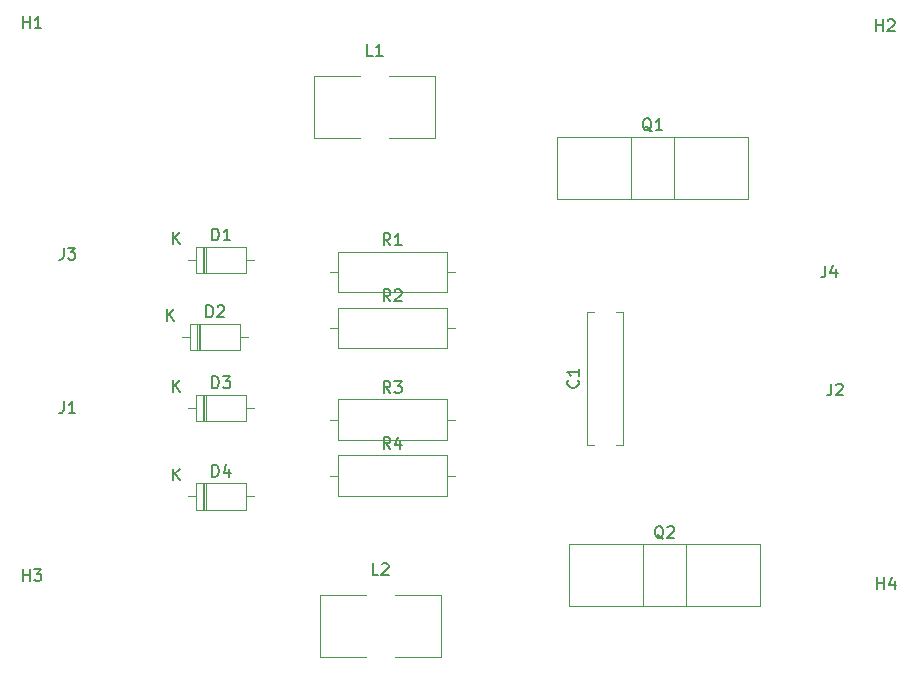
<source format=gbr>
%TF.GenerationSoftware,KiCad,Pcbnew,8.0.7*%
%TF.CreationDate,2025-10-16T17:38:00-07:00*%
%TF.ProjectId,ZVS Driver,5a565320-4472-4697-9665-722e6b696361,rev?*%
%TF.SameCoordinates,Original*%
%TF.FileFunction,Legend,Top*%
%TF.FilePolarity,Positive*%
%FSLAX46Y46*%
G04 Gerber Fmt 4.6, Leading zero omitted, Abs format (unit mm)*
G04 Created by KiCad (PCBNEW 8.0.7) date 2025-10-16 17:38:00*
%MOMM*%
%LPD*%
G01*
G04 APERTURE LIST*
%ADD10C,0.150000*%
%ADD11C,0.120000*%
G04 APERTURE END LIST*
D10*
X171833333Y-90984819D02*
X171500000Y-90508628D01*
X171261905Y-90984819D02*
X171261905Y-89984819D01*
X171261905Y-89984819D02*
X171642857Y-89984819D01*
X171642857Y-89984819D02*
X171738095Y-90032438D01*
X171738095Y-90032438D02*
X171785714Y-90080057D01*
X171785714Y-90080057D02*
X171833333Y-90175295D01*
X171833333Y-90175295D02*
X171833333Y-90318152D01*
X171833333Y-90318152D02*
X171785714Y-90413390D01*
X171785714Y-90413390D02*
X171738095Y-90461009D01*
X171738095Y-90461009D02*
X171642857Y-90508628D01*
X171642857Y-90508628D02*
X171261905Y-90508628D01*
X172690476Y-90318152D02*
X172690476Y-90984819D01*
X172452381Y-89937200D02*
X172214286Y-90651485D01*
X172214286Y-90651485D02*
X172833333Y-90651485D01*
X156261905Y-79834819D02*
X156261905Y-78834819D01*
X156261905Y-78834819D02*
X156500000Y-78834819D01*
X156500000Y-78834819D02*
X156642857Y-78882438D01*
X156642857Y-78882438D02*
X156738095Y-78977676D01*
X156738095Y-78977676D02*
X156785714Y-79072914D01*
X156785714Y-79072914D02*
X156833333Y-79263390D01*
X156833333Y-79263390D02*
X156833333Y-79406247D01*
X156833333Y-79406247D02*
X156785714Y-79596723D01*
X156785714Y-79596723D02*
X156738095Y-79691961D01*
X156738095Y-79691961D02*
X156642857Y-79787200D01*
X156642857Y-79787200D02*
X156500000Y-79834819D01*
X156500000Y-79834819D02*
X156261905Y-79834819D01*
X157214286Y-78930057D02*
X157261905Y-78882438D01*
X157261905Y-78882438D02*
X157357143Y-78834819D01*
X157357143Y-78834819D02*
X157595238Y-78834819D01*
X157595238Y-78834819D02*
X157690476Y-78882438D01*
X157690476Y-78882438D02*
X157738095Y-78930057D01*
X157738095Y-78930057D02*
X157785714Y-79025295D01*
X157785714Y-79025295D02*
X157785714Y-79120533D01*
X157785714Y-79120533D02*
X157738095Y-79263390D01*
X157738095Y-79263390D02*
X157166667Y-79834819D01*
X157166667Y-79834819D02*
X157785714Y-79834819D01*
X152928095Y-80154819D02*
X152928095Y-79154819D01*
X153499523Y-80154819D02*
X153070952Y-79583390D01*
X153499523Y-79154819D02*
X152928095Y-79726247D01*
X212953695Y-55622819D02*
X212953695Y-54622819D01*
X212953695Y-55099009D02*
X213525123Y-55099009D01*
X213525123Y-55622819D02*
X213525123Y-54622819D01*
X213953695Y-54718057D02*
X214001314Y-54670438D01*
X214001314Y-54670438D02*
X214096552Y-54622819D01*
X214096552Y-54622819D02*
X214334647Y-54622819D01*
X214334647Y-54622819D02*
X214429885Y-54670438D01*
X214429885Y-54670438D02*
X214477504Y-54718057D01*
X214477504Y-54718057D02*
X214525123Y-54813295D01*
X214525123Y-54813295D02*
X214525123Y-54908533D01*
X214525123Y-54908533D02*
X214477504Y-55051390D01*
X214477504Y-55051390D02*
X213906076Y-55622819D01*
X213906076Y-55622819D02*
X214525123Y-55622819D01*
X156761905Y-73334819D02*
X156761905Y-72334819D01*
X156761905Y-72334819D02*
X157000000Y-72334819D01*
X157000000Y-72334819D02*
X157142857Y-72382438D01*
X157142857Y-72382438D02*
X157238095Y-72477676D01*
X157238095Y-72477676D02*
X157285714Y-72572914D01*
X157285714Y-72572914D02*
X157333333Y-72763390D01*
X157333333Y-72763390D02*
X157333333Y-72906247D01*
X157333333Y-72906247D02*
X157285714Y-73096723D01*
X157285714Y-73096723D02*
X157238095Y-73191961D01*
X157238095Y-73191961D02*
X157142857Y-73287200D01*
X157142857Y-73287200D02*
X157000000Y-73334819D01*
X157000000Y-73334819D02*
X156761905Y-73334819D01*
X158285714Y-73334819D02*
X157714286Y-73334819D01*
X158000000Y-73334819D02*
X158000000Y-72334819D01*
X158000000Y-72334819D02*
X157904762Y-72477676D01*
X157904762Y-72477676D02*
X157809524Y-72572914D01*
X157809524Y-72572914D02*
X157714286Y-72620533D01*
X153428095Y-73654819D02*
X153428095Y-72654819D01*
X153999523Y-73654819D02*
X153570952Y-73083390D01*
X153999523Y-72654819D02*
X153428095Y-73226247D01*
X171833333Y-73734819D02*
X171500000Y-73258628D01*
X171261905Y-73734819D02*
X171261905Y-72734819D01*
X171261905Y-72734819D02*
X171642857Y-72734819D01*
X171642857Y-72734819D02*
X171738095Y-72782438D01*
X171738095Y-72782438D02*
X171785714Y-72830057D01*
X171785714Y-72830057D02*
X171833333Y-72925295D01*
X171833333Y-72925295D02*
X171833333Y-73068152D01*
X171833333Y-73068152D02*
X171785714Y-73163390D01*
X171785714Y-73163390D02*
X171738095Y-73211009D01*
X171738095Y-73211009D02*
X171642857Y-73258628D01*
X171642857Y-73258628D02*
X171261905Y-73258628D01*
X172785714Y-73734819D02*
X172214286Y-73734819D01*
X172500000Y-73734819D02*
X172500000Y-72734819D01*
X172500000Y-72734819D02*
X172404762Y-72877676D01*
X172404762Y-72877676D02*
X172309524Y-72972914D01*
X172309524Y-72972914D02*
X172214286Y-73020533D01*
X193954761Y-64100057D02*
X193859523Y-64052438D01*
X193859523Y-64052438D02*
X193764285Y-63957200D01*
X193764285Y-63957200D02*
X193621428Y-63814342D01*
X193621428Y-63814342D02*
X193526190Y-63766723D01*
X193526190Y-63766723D02*
X193430952Y-63766723D01*
X193478571Y-64004819D02*
X193383333Y-63957200D01*
X193383333Y-63957200D02*
X193288095Y-63861961D01*
X193288095Y-63861961D02*
X193240476Y-63671485D01*
X193240476Y-63671485D02*
X193240476Y-63338152D01*
X193240476Y-63338152D02*
X193288095Y-63147676D01*
X193288095Y-63147676D02*
X193383333Y-63052438D01*
X193383333Y-63052438D02*
X193478571Y-63004819D01*
X193478571Y-63004819D02*
X193669047Y-63004819D01*
X193669047Y-63004819D02*
X193764285Y-63052438D01*
X193764285Y-63052438D02*
X193859523Y-63147676D01*
X193859523Y-63147676D02*
X193907142Y-63338152D01*
X193907142Y-63338152D02*
X193907142Y-63671485D01*
X193907142Y-63671485D02*
X193859523Y-63861961D01*
X193859523Y-63861961D02*
X193764285Y-63957200D01*
X193764285Y-63957200D02*
X193669047Y-64004819D01*
X193669047Y-64004819D02*
X193478571Y-64004819D01*
X194859523Y-64004819D02*
X194288095Y-64004819D01*
X194573809Y-64004819D02*
X194573809Y-63004819D01*
X194573809Y-63004819D02*
X194478571Y-63147676D01*
X194478571Y-63147676D02*
X194383333Y-63242914D01*
X194383333Y-63242914D02*
X194288095Y-63290533D01*
X170833333Y-101664819D02*
X170357143Y-101664819D01*
X170357143Y-101664819D02*
X170357143Y-100664819D01*
X171119048Y-100760057D02*
X171166667Y-100712438D01*
X171166667Y-100712438D02*
X171261905Y-100664819D01*
X171261905Y-100664819D02*
X171500000Y-100664819D01*
X171500000Y-100664819D02*
X171595238Y-100712438D01*
X171595238Y-100712438D02*
X171642857Y-100760057D01*
X171642857Y-100760057D02*
X171690476Y-100855295D01*
X171690476Y-100855295D02*
X171690476Y-100950533D01*
X171690476Y-100950533D02*
X171642857Y-101093390D01*
X171642857Y-101093390D02*
X171071429Y-101664819D01*
X171071429Y-101664819D02*
X171690476Y-101664819D01*
X171833333Y-78484819D02*
X171500000Y-78008628D01*
X171261905Y-78484819D02*
X171261905Y-77484819D01*
X171261905Y-77484819D02*
X171642857Y-77484819D01*
X171642857Y-77484819D02*
X171738095Y-77532438D01*
X171738095Y-77532438D02*
X171785714Y-77580057D01*
X171785714Y-77580057D02*
X171833333Y-77675295D01*
X171833333Y-77675295D02*
X171833333Y-77818152D01*
X171833333Y-77818152D02*
X171785714Y-77913390D01*
X171785714Y-77913390D02*
X171738095Y-77961009D01*
X171738095Y-77961009D02*
X171642857Y-78008628D01*
X171642857Y-78008628D02*
X171261905Y-78008628D01*
X172214286Y-77580057D02*
X172261905Y-77532438D01*
X172261905Y-77532438D02*
X172357143Y-77484819D01*
X172357143Y-77484819D02*
X172595238Y-77484819D01*
X172595238Y-77484819D02*
X172690476Y-77532438D01*
X172690476Y-77532438D02*
X172738095Y-77580057D01*
X172738095Y-77580057D02*
X172785714Y-77675295D01*
X172785714Y-77675295D02*
X172785714Y-77770533D01*
X172785714Y-77770533D02*
X172738095Y-77913390D01*
X172738095Y-77913390D02*
X172166667Y-78484819D01*
X172166667Y-78484819D02*
X172785714Y-78484819D01*
X156761905Y-85834819D02*
X156761905Y-84834819D01*
X156761905Y-84834819D02*
X157000000Y-84834819D01*
X157000000Y-84834819D02*
X157142857Y-84882438D01*
X157142857Y-84882438D02*
X157238095Y-84977676D01*
X157238095Y-84977676D02*
X157285714Y-85072914D01*
X157285714Y-85072914D02*
X157333333Y-85263390D01*
X157333333Y-85263390D02*
X157333333Y-85406247D01*
X157333333Y-85406247D02*
X157285714Y-85596723D01*
X157285714Y-85596723D02*
X157238095Y-85691961D01*
X157238095Y-85691961D02*
X157142857Y-85787200D01*
X157142857Y-85787200D02*
X157000000Y-85834819D01*
X157000000Y-85834819D02*
X156761905Y-85834819D01*
X157666667Y-84834819D02*
X158285714Y-84834819D01*
X158285714Y-84834819D02*
X157952381Y-85215771D01*
X157952381Y-85215771D02*
X158095238Y-85215771D01*
X158095238Y-85215771D02*
X158190476Y-85263390D01*
X158190476Y-85263390D02*
X158238095Y-85311009D01*
X158238095Y-85311009D02*
X158285714Y-85406247D01*
X158285714Y-85406247D02*
X158285714Y-85644342D01*
X158285714Y-85644342D02*
X158238095Y-85739580D01*
X158238095Y-85739580D02*
X158190476Y-85787200D01*
X158190476Y-85787200D02*
X158095238Y-85834819D01*
X158095238Y-85834819D02*
X157809524Y-85834819D01*
X157809524Y-85834819D02*
X157714286Y-85787200D01*
X157714286Y-85787200D02*
X157666667Y-85739580D01*
X153428095Y-86154819D02*
X153428095Y-85154819D01*
X153999523Y-86154819D02*
X153570952Y-85583390D01*
X153999523Y-85154819D02*
X153428095Y-85726247D01*
X144166666Y-73954819D02*
X144166666Y-74669104D01*
X144166666Y-74669104D02*
X144119047Y-74811961D01*
X144119047Y-74811961D02*
X144023809Y-74907200D01*
X144023809Y-74907200D02*
X143880952Y-74954819D01*
X143880952Y-74954819D02*
X143785714Y-74954819D01*
X144547619Y-73954819D02*
X145166666Y-73954819D01*
X145166666Y-73954819D02*
X144833333Y-74335771D01*
X144833333Y-74335771D02*
X144976190Y-74335771D01*
X144976190Y-74335771D02*
X145071428Y-74383390D01*
X145071428Y-74383390D02*
X145119047Y-74431009D01*
X145119047Y-74431009D02*
X145166666Y-74526247D01*
X145166666Y-74526247D02*
X145166666Y-74764342D01*
X145166666Y-74764342D02*
X145119047Y-74859580D01*
X145119047Y-74859580D02*
X145071428Y-74907200D01*
X145071428Y-74907200D02*
X144976190Y-74954819D01*
X144976190Y-74954819D02*
X144690476Y-74954819D01*
X144690476Y-74954819D02*
X144595238Y-74907200D01*
X144595238Y-74907200D02*
X144547619Y-74859580D01*
X156761905Y-93334819D02*
X156761905Y-92334819D01*
X156761905Y-92334819D02*
X157000000Y-92334819D01*
X157000000Y-92334819D02*
X157142857Y-92382438D01*
X157142857Y-92382438D02*
X157238095Y-92477676D01*
X157238095Y-92477676D02*
X157285714Y-92572914D01*
X157285714Y-92572914D02*
X157333333Y-92763390D01*
X157333333Y-92763390D02*
X157333333Y-92906247D01*
X157333333Y-92906247D02*
X157285714Y-93096723D01*
X157285714Y-93096723D02*
X157238095Y-93191961D01*
X157238095Y-93191961D02*
X157142857Y-93287200D01*
X157142857Y-93287200D02*
X157000000Y-93334819D01*
X157000000Y-93334819D02*
X156761905Y-93334819D01*
X158190476Y-92668152D02*
X158190476Y-93334819D01*
X157952381Y-92287200D02*
X157714286Y-93001485D01*
X157714286Y-93001485D02*
X158333333Y-93001485D01*
X153428095Y-93654819D02*
X153428095Y-92654819D01*
X153999523Y-93654819D02*
X153570952Y-93083390D01*
X153999523Y-92654819D02*
X153428095Y-93226247D01*
X187709580Y-85166666D02*
X187757200Y-85214285D01*
X187757200Y-85214285D02*
X187804819Y-85357142D01*
X187804819Y-85357142D02*
X187804819Y-85452380D01*
X187804819Y-85452380D02*
X187757200Y-85595237D01*
X187757200Y-85595237D02*
X187661961Y-85690475D01*
X187661961Y-85690475D02*
X187566723Y-85738094D01*
X187566723Y-85738094D02*
X187376247Y-85785713D01*
X187376247Y-85785713D02*
X187233390Y-85785713D01*
X187233390Y-85785713D02*
X187042914Y-85738094D01*
X187042914Y-85738094D02*
X186947676Y-85690475D01*
X186947676Y-85690475D02*
X186852438Y-85595237D01*
X186852438Y-85595237D02*
X186804819Y-85452380D01*
X186804819Y-85452380D02*
X186804819Y-85357142D01*
X186804819Y-85357142D02*
X186852438Y-85214285D01*
X186852438Y-85214285D02*
X186900057Y-85166666D01*
X187804819Y-84214285D02*
X187804819Y-84785713D01*
X187804819Y-84499999D02*
X186804819Y-84499999D01*
X186804819Y-84499999D02*
X186947676Y-84595237D01*
X186947676Y-84595237D02*
X187042914Y-84690475D01*
X187042914Y-84690475D02*
X187090533Y-84785713D01*
X140716095Y-55368819D02*
X140716095Y-54368819D01*
X140716095Y-54845009D02*
X141287523Y-54845009D01*
X141287523Y-55368819D02*
X141287523Y-54368819D01*
X142287523Y-55368819D02*
X141716095Y-55368819D01*
X142001809Y-55368819D02*
X142001809Y-54368819D01*
X142001809Y-54368819D02*
X141906571Y-54511676D01*
X141906571Y-54511676D02*
X141811333Y-54606914D01*
X141811333Y-54606914D02*
X141716095Y-54654533D01*
X213055295Y-102866819D02*
X213055295Y-101866819D01*
X213055295Y-102343009D02*
X213626723Y-102343009D01*
X213626723Y-102866819D02*
X213626723Y-101866819D01*
X214531485Y-102200152D02*
X214531485Y-102866819D01*
X214293390Y-101819200D02*
X214055295Y-102533485D01*
X214055295Y-102533485D02*
X214674342Y-102533485D01*
X171833333Y-86234819D02*
X171500000Y-85758628D01*
X171261905Y-86234819D02*
X171261905Y-85234819D01*
X171261905Y-85234819D02*
X171642857Y-85234819D01*
X171642857Y-85234819D02*
X171738095Y-85282438D01*
X171738095Y-85282438D02*
X171785714Y-85330057D01*
X171785714Y-85330057D02*
X171833333Y-85425295D01*
X171833333Y-85425295D02*
X171833333Y-85568152D01*
X171833333Y-85568152D02*
X171785714Y-85663390D01*
X171785714Y-85663390D02*
X171738095Y-85711009D01*
X171738095Y-85711009D02*
X171642857Y-85758628D01*
X171642857Y-85758628D02*
X171261905Y-85758628D01*
X172166667Y-85234819D02*
X172785714Y-85234819D01*
X172785714Y-85234819D02*
X172452381Y-85615771D01*
X172452381Y-85615771D02*
X172595238Y-85615771D01*
X172595238Y-85615771D02*
X172690476Y-85663390D01*
X172690476Y-85663390D02*
X172738095Y-85711009D01*
X172738095Y-85711009D02*
X172785714Y-85806247D01*
X172785714Y-85806247D02*
X172785714Y-86044342D01*
X172785714Y-86044342D02*
X172738095Y-86139580D01*
X172738095Y-86139580D02*
X172690476Y-86187200D01*
X172690476Y-86187200D02*
X172595238Y-86234819D01*
X172595238Y-86234819D02*
X172309524Y-86234819D01*
X172309524Y-86234819D02*
X172214286Y-86187200D01*
X172214286Y-86187200D02*
X172166667Y-86139580D01*
X209166666Y-85454819D02*
X209166666Y-86169104D01*
X209166666Y-86169104D02*
X209119047Y-86311961D01*
X209119047Y-86311961D02*
X209023809Y-86407200D01*
X209023809Y-86407200D02*
X208880952Y-86454819D01*
X208880952Y-86454819D02*
X208785714Y-86454819D01*
X209595238Y-85550057D02*
X209642857Y-85502438D01*
X209642857Y-85502438D02*
X209738095Y-85454819D01*
X209738095Y-85454819D02*
X209976190Y-85454819D01*
X209976190Y-85454819D02*
X210071428Y-85502438D01*
X210071428Y-85502438D02*
X210119047Y-85550057D01*
X210119047Y-85550057D02*
X210166666Y-85645295D01*
X210166666Y-85645295D02*
X210166666Y-85740533D01*
X210166666Y-85740533D02*
X210119047Y-85883390D01*
X210119047Y-85883390D02*
X209547619Y-86454819D01*
X209547619Y-86454819D02*
X210166666Y-86454819D01*
X170333333Y-57704819D02*
X169857143Y-57704819D01*
X169857143Y-57704819D02*
X169857143Y-56704819D01*
X171190476Y-57704819D02*
X170619048Y-57704819D01*
X170904762Y-57704819D02*
X170904762Y-56704819D01*
X170904762Y-56704819D02*
X170809524Y-56847676D01*
X170809524Y-56847676D02*
X170714286Y-56942914D01*
X170714286Y-56942914D02*
X170619048Y-56990533D01*
X140716095Y-102155619D02*
X140716095Y-101155619D01*
X140716095Y-101631809D02*
X141287523Y-101631809D01*
X141287523Y-102155619D02*
X141287523Y-101155619D01*
X141668476Y-101155619D02*
X142287523Y-101155619D01*
X142287523Y-101155619D02*
X141954190Y-101536571D01*
X141954190Y-101536571D02*
X142097047Y-101536571D01*
X142097047Y-101536571D02*
X142192285Y-101584190D01*
X142192285Y-101584190D02*
X142239904Y-101631809D01*
X142239904Y-101631809D02*
X142287523Y-101727047D01*
X142287523Y-101727047D02*
X142287523Y-101965142D01*
X142287523Y-101965142D02*
X142239904Y-102060380D01*
X142239904Y-102060380D02*
X142192285Y-102108000D01*
X142192285Y-102108000D02*
X142097047Y-102155619D01*
X142097047Y-102155619D02*
X141811333Y-102155619D01*
X141811333Y-102155619D02*
X141716095Y-102108000D01*
X141716095Y-102108000D02*
X141668476Y-102060380D01*
X144166666Y-86954819D02*
X144166666Y-87669104D01*
X144166666Y-87669104D02*
X144119047Y-87811961D01*
X144119047Y-87811961D02*
X144023809Y-87907200D01*
X144023809Y-87907200D02*
X143880952Y-87954819D01*
X143880952Y-87954819D02*
X143785714Y-87954819D01*
X145166666Y-87954819D02*
X144595238Y-87954819D01*
X144880952Y-87954819D02*
X144880952Y-86954819D01*
X144880952Y-86954819D02*
X144785714Y-87097676D01*
X144785714Y-87097676D02*
X144690476Y-87192914D01*
X144690476Y-87192914D02*
X144595238Y-87240533D01*
X208666666Y-75454819D02*
X208666666Y-76169104D01*
X208666666Y-76169104D02*
X208619047Y-76311961D01*
X208619047Y-76311961D02*
X208523809Y-76407200D01*
X208523809Y-76407200D02*
X208380952Y-76454819D01*
X208380952Y-76454819D02*
X208285714Y-76454819D01*
X209571428Y-75788152D02*
X209571428Y-76454819D01*
X209333333Y-75407200D02*
X209095238Y-76121485D01*
X209095238Y-76121485D02*
X209714285Y-76121485D01*
X194954761Y-98600057D02*
X194859523Y-98552438D01*
X194859523Y-98552438D02*
X194764285Y-98457200D01*
X194764285Y-98457200D02*
X194621428Y-98314342D01*
X194621428Y-98314342D02*
X194526190Y-98266723D01*
X194526190Y-98266723D02*
X194430952Y-98266723D01*
X194478571Y-98504819D02*
X194383333Y-98457200D01*
X194383333Y-98457200D02*
X194288095Y-98361961D01*
X194288095Y-98361961D02*
X194240476Y-98171485D01*
X194240476Y-98171485D02*
X194240476Y-97838152D01*
X194240476Y-97838152D02*
X194288095Y-97647676D01*
X194288095Y-97647676D02*
X194383333Y-97552438D01*
X194383333Y-97552438D02*
X194478571Y-97504819D01*
X194478571Y-97504819D02*
X194669047Y-97504819D01*
X194669047Y-97504819D02*
X194764285Y-97552438D01*
X194764285Y-97552438D02*
X194859523Y-97647676D01*
X194859523Y-97647676D02*
X194907142Y-97838152D01*
X194907142Y-97838152D02*
X194907142Y-98171485D01*
X194907142Y-98171485D02*
X194859523Y-98361961D01*
X194859523Y-98361961D02*
X194764285Y-98457200D01*
X194764285Y-98457200D02*
X194669047Y-98504819D01*
X194669047Y-98504819D02*
X194478571Y-98504819D01*
X195288095Y-97600057D02*
X195335714Y-97552438D01*
X195335714Y-97552438D02*
X195430952Y-97504819D01*
X195430952Y-97504819D02*
X195669047Y-97504819D01*
X195669047Y-97504819D02*
X195764285Y-97552438D01*
X195764285Y-97552438D02*
X195811904Y-97600057D01*
X195811904Y-97600057D02*
X195859523Y-97695295D01*
X195859523Y-97695295D02*
X195859523Y-97790533D01*
X195859523Y-97790533D02*
X195811904Y-97933390D01*
X195811904Y-97933390D02*
X195240476Y-98504819D01*
X195240476Y-98504819D02*
X195859523Y-98504819D01*
D11*
%TO.C,R4*%
X166690000Y-93250000D02*
X167380000Y-93250000D01*
X167380000Y-91530000D02*
X167380000Y-94970000D01*
X167380000Y-94970000D02*
X176620000Y-94970000D01*
X176620000Y-91530000D02*
X167380000Y-91530000D01*
X176620000Y-94970000D02*
X176620000Y-91530000D01*
X177310000Y-93250000D02*
X176620000Y-93250000D01*
%TO.C,D2*%
X154230000Y-81500000D02*
X154880000Y-81500000D01*
X154880000Y-80380000D02*
X154880000Y-82620000D01*
X154880000Y-82620000D02*
X159120000Y-82620000D01*
X155480000Y-80380000D02*
X155480000Y-82620000D01*
X155600000Y-80380000D02*
X155600000Y-82620000D01*
X155720000Y-80380000D02*
X155720000Y-82620000D01*
X159120000Y-80380000D02*
X154880000Y-80380000D01*
X159120000Y-82620000D02*
X159120000Y-80380000D01*
X159770000Y-81500000D02*
X159120000Y-81500000D01*
%TO.C,D1*%
X154730000Y-75000000D02*
X155380000Y-75000000D01*
X155380000Y-73880000D02*
X155380000Y-76120000D01*
X155380000Y-76120000D02*
X159620000Y-76120000D01*
X155980000Y-73880000D02*
X155980000Y-76120000D01*
X156100000Y-73880000D02*
X156100000Y-76120000D01*
X156220000Y-73880000D02*
X156220000Y-76120000D01*
X159620000Y-73880000D02*
X155380000Y-73880000D01*
X159620000Y-76120000D02*
X159620000Y-73880000D01*
X160270000Y-75000000D02*
X159620000Y-75000000D01*
%TO.C,R1*%
X166690000Y-76000000D02*
X167380000Y-76000000D01*
X167380000Y-74280000D02*
X167380000Y-77720000D01*
X167380000Y-77720000D02*
X176620000Y-77720000D01*
X176620000Y-74280000D02*
X167380000Y-74280000D01*
X176620000Y-77720000D02*
X176620000Y-74280000D01*
X177310000Y-76000000D02*
X176620000Y-76000000D01*
%TO.C,Q1*%
X185980000Y-64549000D02*
X185980000Y-69820000D01*
X185980000Y-64549000D02*
X202120000Y-64549000D01*
X185980000Y-69820000D02*
X202120000Y-69820000D01*
X192246000Y-64549000D02*
X192246000Y-69820000D01*
X195855000Y-64549000D02*
X195855000Y-69820000D01*
X202120000Y-64549000D02*
X202120000Y-69820000D01*
%TO.C,L2*%
X165880000Y-103380000D02*
X165880000Y-108620000D01*
X165880000Y-103380000D02*
X169745000Y-103380000D01*
X165880000Y-108620000D02*
X169745000Y-108620000D01*
X172255000Y-103380000D02*
X176120000Y-103380000D01*
X172255000Y-108620000D02*
X176120000Y-108620000D01*
X176120000Y-103380000D02*
X176120000Y-108620000D01*
%TO.C,R2*%
X166690000Y-80750000D02*
X167380000Y-80750000D01*
X167380000Y-79030000D02*
X167380000Y-82470000D01*
X167380000Y-82470000D02*
X176620000Y-82470000D01*
X176620000Y-79030000D02*
X167380000Y-79030000D01*
X176620000Y-82470000D02*
X176620000Y-79030000D01*
X177310000Y-80750000D02*
X176620000Y-80750000D01*
%TO.C,D3*%
X154730000Y-87500000D02*
X155380000Y-87500000D01*
X155380000Y-86380000D02*
X155380000Y-88620000D01*
X155380000Y-88620000D02*
X159620000Y-88620000D01*
X155980000Y-86380000D02*
X155980000Y-88620000D01*
X156100000Y-86380000D02*
X156100000Y-88620000D01*
X156220000Y-86380000D02*
X156220000Y-88620000D01*
X159620000Y-86380000D02*
X155380000Y-86380000D01*
X159620000Y-88620000D02*
X159620000Y-86380000D01*
X160270000Y-87500000D02*
X159620000Y-87500000D01*
%TO.C,D4*%
X154730000Y-95000000D02*
X155380000Y-95000000D01*
X155380000Y-93880000D02*
X155380000Y-96120000D01*
X155380000Y-96120000D02*
X159620000Y-96120000D01*
X155980000Y-93880000D02*
X155980000Y-96120000D01*
X156100000Y-93880000D02*
X156100000Y-96120000D01*
X156220000Y-93880000D02*
X156220000Y-96120000D01*
X159620000Y-93880000D02*
X155380000Y-93880000D01*
X159620000Y-96120000D02*
X159620000Y-93880000D01*
X160270000Y-95000000D02*
X159620000Y-95000000D01*
%TO.C,C1*%
X188480000Y-79380000D02*
X189075000Y-79380000D01*
X188480000Y-90620000D02*
X188480000Y-79380000D01*
X188480000Y-90620000D02*
X189075000Y-90620000D01*
X190925000Y-79380000D02*
X191520000Y-79380000D01*
X190925000Y-90620000D02*
X191520000Y-90620000D01*
X191520000Y-90620000D02*
X191520000Y-79380000D01*
%TO.C,R3*%
X166690000Y-88500000D02*
X167380000Y-88500000D01*
X167380000Y-86780000D02*
X167380000Y-90220000D01*
X167380000Y-90220000D02*
X176620000Y-90220000D01*
X176620000Y-86780000D02*
X167380000Y-86780000D01*
X176620000Y-90220000D02*
X176620000Y-86780000D01*
X177310000Y-88500000D02*
X176620000Y-88500000D01*
%TO.C,L1*%
X165380000Y-59420000D02*
X165380000Y-64660000D01*
X165380000Y-59420000D02*
X169245000Y-59420000D01*
X165380000Y-64660000D02*
X169245000Y-64660000D01*
X171755000Y-59420000D02*
X175620000Y-59420000D01*
X171755000Y-64660000D02*
X175620000Y-64660000D01*
X175620000Y-59420000D02*
X175620000Y-64660000D01*
%TO.C,Q2*%
X186980000Y-99049000D02*
X186980000Y-104320000D01*
X186980000Y-99049000D02*
X203120000Y-99049000D01*
X186980000Y-104320000D02*
X203120000Y-104320000D01*
X193246000Y-99049000D02*
X193246000Y-104320000D01*
X196855000Y-99049000D02*
X196855000Y-104320000D01*
X203120000Y-99049000D02*
X203120000Y-104320000D01*
%TD*%
M02*

</source>
